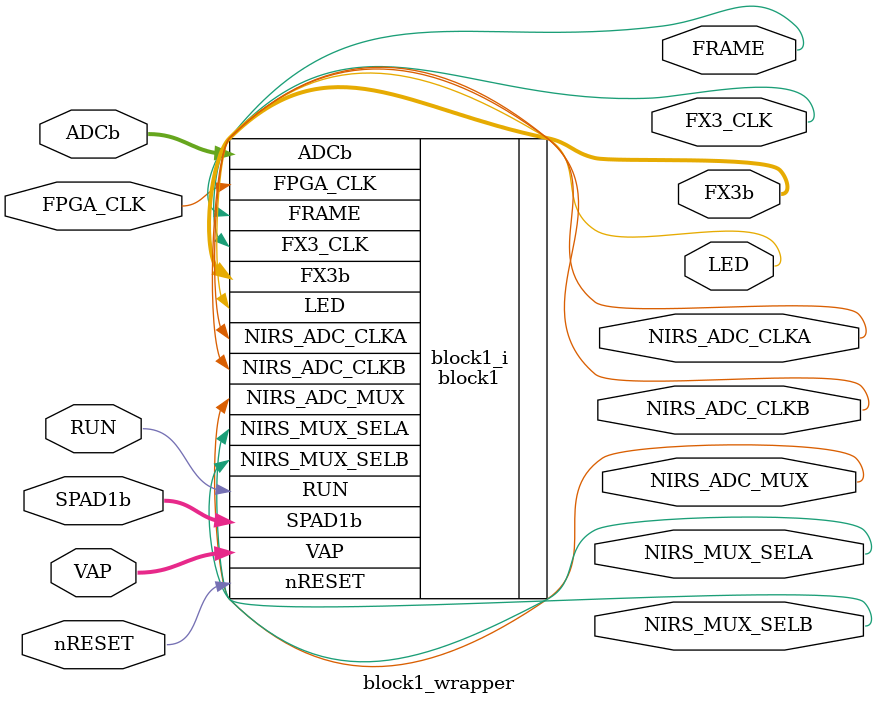
<source format=v>
`timescale 1 ps / 1 ps

module block1_wrapper
   (ADCb,
    FPGA_CLK,
    FRAME,
    FX3_CLK,
    FX3b,
    LED,
    NIRS_ADC_CLKA,
    NIRS_ADC_CLKB,
    NIRS_ADC_MUX,
    NIRS_MUX_SELA,
    NIRS_MUX_SELB,
    RUN,
    SPAD1b,
    VAP,
    nRESET);
  input [13:0]ADCb;
  input FPGA_CLK;
  output FRAME;
  output FX3_CLK;
  output [31:0]FX3b;
  output LED;
  output NIRS_ADC_CLKA;
  output NIRS_ADC_CLKB;
  output NIRS_ADC_MUX;
  output NIRS_MUX_SELA;
  output NIRS_MUX_SELB;
  input RUN;
  input [3:0]SPAD1b;
  input [3:0]VAP;
  input nRESET;

  wire [13:0]ADCb;
  wire FPGA_CLK;
  wire FRAME;
  wire FX3_CLK;
  wire [31:0]FX3b;
  wire LED;
  wire NIRS_ADC_CLKA;
  wire NIRS_ADC_CLKB;
  wire NIRS_ADC_MUX;
  wire NIRS_MUX_SELA;
  wire NIRS_MUX_SELB;
  wire RUN;
  wire [3:0]SPAD1b;
  wire [3:0]VAP;
  wire nRESET;

  block1 block1_i
       (.ADCb(ADCb),
        .FPGA_CLK(FPGA_CLK),
        .FRAME(FRAME),
        .FX3_CLK(FX3_CLK),
        .FX3b(FX3b),
        .LED(LED),
        .NIRS_ADC_CLKA(NIRS_ADC_CLKA),
        .NIRS_ADC_CLKB(NIRS_ADC_CLKB),
        .NIRS_ADC_MUX(NIRS_ADC_MUX),
        .NIRS_MUX_SELA(NIRS_MUX_SELA),
        .NIRS_MUX_SELB(NIRS_MUX_SELB),
        .RUN(RUN),
        .SPAD1b(SPAD1b),
        .VAP(VAP),
        .nRESET(nRESET));
endmodule

</source>
